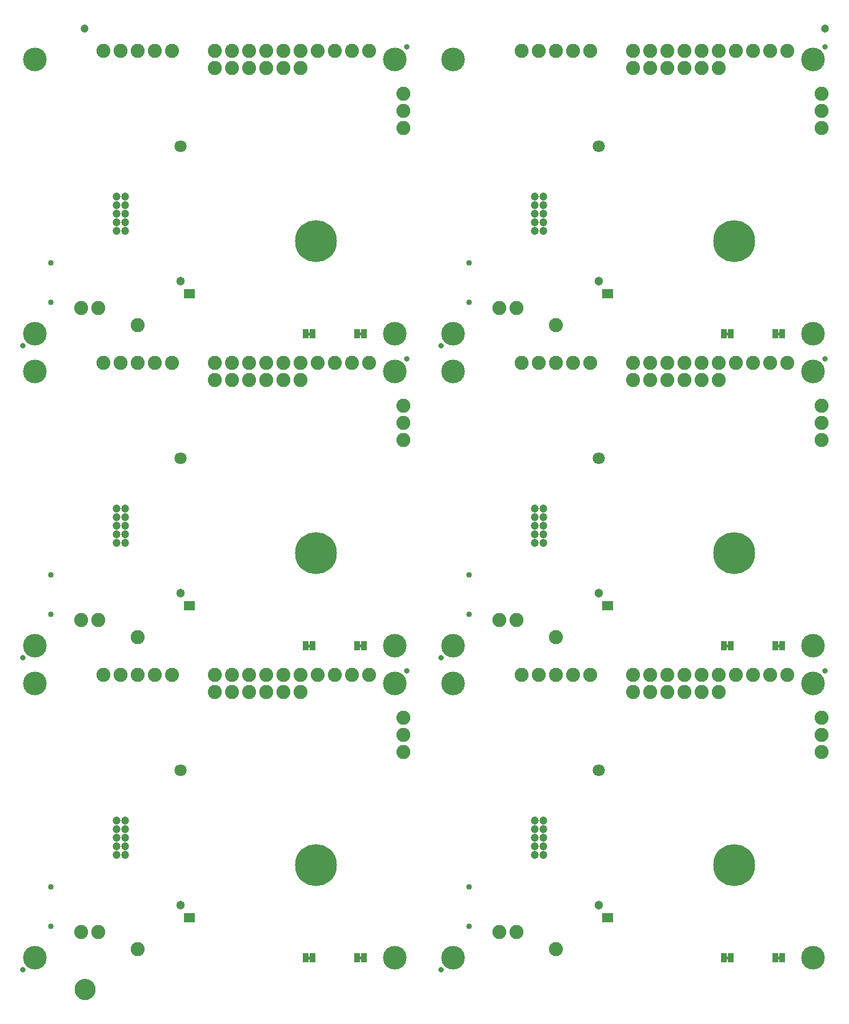
<source format=gbs>
G04 EAGLE Gerber RS-274X export*
G75*
%MOMM*%
%FSLAX34Y34*%
%LPD*%
%INSoldermask Bottom*%
%IPPOS*%
%AMOC8*
5,1,8,0,0,1.08239X$1,22.5*%
G01*
%ADD10C,0.853200*%
%ADD11C,0.838200*%
%ADD12C,3.505200*%
%ADD13C,2.082800*%
%ADD14C,1.203200*%
%ADD15C,6.203200*%
%ADD16R,0.863600X1.473200*%
%ADD17C,1.303200*%
%ADD18C,1.803200*%
%ADD19R,0.838200X1.473200*%
%ADD20C,1.270000*%
%ADD21C,1.703200*%

G36*
X1129730Y948067D02*
X1129730Y948067D01*
X1129796Y948069D01*
X1129839Y948087D01*
X1129886Y948095D01*
X1129943Y948129D01*
X1130003Y948154D01*
X1130038Y948185D01*
X1130079Y948210D01*
X1130121Y948261D01*
X1130169Y948305D01*
X1130191Y948347D01*
X1130220Y948384D01*
X1130241Y948446D01*
X1130272Y948505D01*
X1130280Y948559D01*
X1130292Y948596D01*
X1130291Y948636D01*
X1130299Y948690D01*
X1130299Y951230D01*
X1130288Y951295D01*
X1130286Y951361D01*
X1130268Y951404D01*
X1130260Y951451D01*
X1130226Y951508D01*
X1130201Y951568D01*
X1130170Y951603D01*
X1130145Y951644D01*
X1130094Y951686D01*
X1130050Y951734D01*
X1130008Y951756D01*
X1129971Y951785D01*
X1129909Y951806D01*
X1129850Y951837D01*
X1129796Y951845D01*
X1129759Y951857D01*
X1129719Y951856D01*
X1129665Y951864D01*
X1125855Y951864D01*
X1125790Y951853D01*
X1125724Y951851D01*
X1125681Y951833D01*
X1125634Y951825D01*
X1125577Y951791D01*
X1125517Y951766D01*
X1125482Y951735D01*
X1125441Y951710D01*
X1125400Y951659D01*
X1125351Y951615D01*
X1125329Y951573D01*
X1125300Y951536D01*
X1125279Y951474D01*
X1125248Y951415D01*
X1125240Y951361D01*
X1125228Y951324D01*
X1125228Y951321D01*
X1125229Y951284D01*
X1125221Y951230D01*
X1125221Y948690D01*
X1125232Y948625D01*
X1125234Y948559D01*
X1125252Y948516D01*
X1125260Y948469D01*
X1125294Y948412D01*
X1125319Y948352D01*
X1125350Y948317D01*
X1125375Y948276D01*
X1125426Y948235D01*
X1125470Y948186D01*
X1125512Y948164D01*
X1125549Y948135D01*
X1125611Y948114D01*
X1125670Y948083D01*
X1125724Y948075D01*
X1125761Y948063D01*
X1125801Y948064D01*
X1125855Y948056D01*
X1129665Y948056D01*
X1129730Y948067D01*
G37*
G36*
X1053530Y948067D02*
X1053530Y948067D01*
X1053596Y948069D01*
X1053639Y948087D01*
X1053686Y948095D01*
X1053743Y948129D01*
X1053803Y948154D01*
X1053838Y948185D01*
X1053879Y948210D01*
X1053921Y948261D01*
X1053969Y948305D01*
X1053991Y948347D01*
X1054020Y948384D01*
X1054041Y948446D01*
X1054072Y948505D01*
X1054080Y948559D01*
X1054092Y948596D01*
X1054091Y948636D01*
X1054099Y948690D01*
X1054099Y951230D01*
X1054088Y951295D01*
X1054086Y951361D01*
X1054068Y951404D01*
X1054060Y951451D01*
X1054026Y951508D01*
X1054001Y951568D01*
X1053970Y951603D01*
X1053945Y951644D01*
X1053894Y951686D01*
X1053850Y951734D01*
X1053808Y951756D01*
X1053771Y951785D01*
X1053709Y951806D01*
X1053650Y951837D01*
X1053596Y951845D01*
X1053559Y951857D01*
X1053519Y951856D01*
X1053465Y951864D01*
X1049655Y951864D01*
X1049590Y951853D01*
X1049524Y951851D01*
X1049481Y951833D01*
X1049434Y951825D01*
X1049377Y951791D01*
X1049317Y951766D01*
X1049282Y951735D01*
X1049241Y951710D01*
X1049200Y951659D01*
X1049151Y951615D01*
X1049129Y951573D01*
X1049100Y951536D01*
X1049079Y951474D01*
X1049048Y951415D01*
X1049040Y951361D01*
X1049028Y951324D01*
X1049028Y951321D01*
X1049029Y951284D01*
X1049021Y951230D01*
X1049021Y948690D01*
X1049032Y948625D01*
X1049034Y948559D01*
X1049052Y948516D01*
X1049060Y948469D01*
X1049094Y948412D01*
X1049119Y948352D01*
X1049150Y948317D01*
X1049175Y948276D01*
X1049226Y948235D01*
X1049270Y948186D01*
X1049312Y948164D01*
X1049349Y948135D01*
X1049411Y948114D01*
X1049470Y948083D01*
X1049524Y948075D01*
X1049561Y948063D01*
X1049601Y948064D01*
X1049655Y948056D01*
X1053465Y948056D01*
X1053530Y948067D01*
G37*
G36*
X509970Y948067D02*
X509970Y948067D01*
X510036Y948069D01*
X510079Y948087D01*
X510126Y948095D01*
X510183Y948129D01*
X510243Y948154D01*
X510278Y948185D01*
X510319Y948210D01*
X510361Y948261D01*
X510409Y948305D01*
X510431Y948347D01*
X510460Y948384D01*
X510481Y948446D01*
X510512Y948505D01*
X510520Y948559D01*
X510532Y948596D01*
X510531Y948636D01*
X510539Y948690D01*
X510539Y951230D01*
X510528Y951295D01*
X510526Y951361D01*
X510508Y951404D01*
X510500Y951451D01*
X510466Y951508D01*
X510441Y951568D01*
X510410Y951603D01*
X510385Y951644D01*
X510334Y951686D01*
X510290Y951734D01*
X510248Y951756D01*
X510211Y951785D01*
X510149Y951806D01*
X510090Y951837D01*
X510036Y951845D01*
X509999Y951857D01*
X509959Y951856D01*
X509905Y951864D01*
X506095Y951864D01*
X506030Y951853D01*
X505964Y951851D01*
X505921Y951833D01*
X505874Y951825D01*
X505817Y951791D01*
X505757Y951766D01*
X505722Y951735D01*
X505681Y951710D01*
X505640Y951659D01*
X505591Y951615D01*
X505569Y951573D01*
X505540Y951536D01*
X505519Y951474D01*
X505488Y951415D01*
X505480Y951361D01*
X505468Y951324D01*
X505468Y951321D01*
X505469Y951284D01*
X505461Y951230D01*
X505461Y948690D01*
X505472Y948625D01*
X505474Y948559D01*
X505492Y948516D01*
X505500Y948469D01*
X505534Y948412D01*
X505559Y948352D01*
X505590Y948317D01*
X505615Y948276D01*
X505666Y948235D01*
X505710Y948186D01*
X505752Y948164D01*
X505789Y948135D01*
X505851Y948114D01*
X505910Y948083D01*
X505964Y948075D01*
X506001Y948063D01*
X506041Y948064D01*
X506095Y948056D01*
X509905Y948056D01*
X509970Y948067D01*
G37*
G36*
X433770Y948067D02*
X433770Y948067D01*
X433836Y948069D01*
X433879Y948087D01*
X433926Y948095D01*
X433983Y948129D01*
X434043Y948154D01*
X434078Y948185D01*
X434119Y948210D01*
X434161Y948261D01*
X434209Y948305D01*
X434231Y948347D01*
X434260Y948384D01*
X434281Y948446D01*
X434312Y948505D01*
X434320Y948559D01*
X434332Y948596D01*
X434331Y948636D01*
X434339Y948690D01*
X434339Y951230D01*
X434328Y951295D01*
X434326Y951361D01*
X434308Y951404D01*
X434300Y951451D01*
X434266Y951508D01*
X434241Y951568D01*
X434210Y951603D01*
X434185Y951644D01*
X434134Y951686D01*
X434090Y951734D01*
X434048Y951756D01*
X434011Y951785D01*
X433949Y951806D01*
X433890Y951837D01*
X433836Y951845D01*
X433799Y951857D01*
X433759Y951856D01*
X433705Y951864D01*
X429895Y951864D01*
X429830Y951853D01*
X429764Y951851D01*
X429721Y951833D01*
X429674Y951825D01*
X429617Y951791D01*
X429557Y951766D01*
X429522Y951735D01*
X429481Y951710D01*
X429440Y951659D01*
X429391Y951615D01*
X429369Y951573D01*
X429340Y951536D01*
X429319Y951474D01*
X429288Y951415D01*
X429280Y951361D01*
X429268Y951324D01*
X429268Y951321D01*
X429269Y951284D01*
X429261Y951230D01*
X429261Y948690D01*
X429272Y948625D01*
X429274Y948559D01*
X429292Y948516D01*
X429300Y948469D01*
X429334Y948412D01*
X429359Y948352D01*
X429390Y948317D01*
X429415Y948276D01*
X429466Y948235D01*
X429510Y948186D01*
X429552Y948164D01*
X429589Y948135D01*
X429651Y948114D01*
X429710Y948083D01*
X429764Y948075D01*
X429801Y948063D01*
X429841Y948064D01*
X429895Y948056D01*
X433705Y948056D01*
X433770Y948067D01*
G37*
G36*
X1129730Y485787D02*
X1129730Y485787D01*
X1129796Y485789D01*
X1129839Y485807D01*
X1129886Y485815D01*
X1129943Y485849D01*
X1130003Y485874D01*
X1130038Y485905D01*
X1130079Y485930D01*
X1130121Y485981D01*
X1130169Y486025D01*
X1130191Y486067D01*
X1130220Y486104D01*
X1130241Y486166D01*
X1130272Y486225D01*
X1130280Y486279D01*
X1130292Y486316D01*
X1130291Y486356D01*
X1130299Y486410D01*
X1130299Y488950D01*
X1130288Y489015D01*
X1130286Y489081D01*
X1130268Y489124D01*
X1130260Y489171D01*
X1130226Y489228D01*
X1130201Y489288D01*
X1130170Y489323D01*
X1130145Y489364D01*
X1130094Y489406D01*
X1130050Y489454D01*
X1130008Y489476D01*
X1129971Y489505D01*
X1129909Y489526D01*
X1129850Y489557D01*
X1129796Y489565D01*
X1129759Y489577D01*
X1129719Y489576D01*
X1129665Y489584D01*
X1125855Y489584D01*
X1125790Y489573D01*
X1125724Y489571D01*
X1125681Y489553D01*
X1125634Y489545D01*
X1125577Y489511D01*
X1125517Y489486D01*
X1125482Y489455D01*
X1125441Y489430D01*
X1125400Y489379D01*
X1125351Y489335D01*
X1125329Y489293D01*
X1125300Y489256D01*
X1125279Y489194D01*
X1125248Y489135D01*
X1125240Y489081D01*
X1125228Y489044D01*
X1125228Y489041D01*
X1125229Y489004D01*
X1125221Y488950D01*
X1125221Y486410D01*
X1125232Y486345D01*
X1125234Y486279D01*
X1125252Y486236D01*
X1125260Y486189D01*
X1125294Y486132D01*
X1125319Y486072D01*
X1125350Y486037D01*
X1125375Y485996D01*
X1125426Y485955D01*
X1125470Y485906D01*
X1125512Y485884D01*
X1125549Y485855D01*
X1125611Y485834D01*
X1125670Y485803D01*
X1125724Y485795D01*
X1125761Y485783D01*
X1125801Y485784D01*
X1125855Y485776D01*
X1129665Y485776D01*
X1129730Y485787D01*
G37*
G36*
X1053530Y485787D02*
X1053530Y485787D01*
X1053596Y485789D01*
X1053639Y485807D01*
X1053686Y485815D01*
X1053743Y485849D01*
X1053803Y485874D01*
X1053838Y485905D01*
X1053879Y485930D01*
X1053921Y485981D01*
X1053969Y486025D01*
X1053991Y486067D01*
X1054020Y486104D01*
X1054041Y486166D01*
X1054072Y486225D01*
X1054080Y486279D01*
X1054092Y486316D01*
X1054091Y486356D01*
X1054099Y486410D01*
X1054099Y488950D01*
X1054088Y489015D01*
X1054086Y489081D01*
X1054068Y489124D01*
X1054060Y489171D01*
X1054026Y489228D01*
X1054001Y489288D01*
X1053970Y489323D01*
X1053945Y489364D01*
X1053894Y489406D01*
X1053850Y489454D01*
X1053808Y489476D01*
X1053771Y489505D01*
X1053709Y489526D01*
X1053650Y489557D01*
X1053596Y489565D01*
X1053559Y489577D01*
X1053519Y489576D01*
X1053465Y489584D01*
X1049655Y489584D01*
X1049590Y489573D01*
X1049524Y489571D01*
X1049481Y489553D01*
X1049434Y489545D01*
X1049377Y489511D01*
X1049317Y489486D01*
X1049282Y489455D01*
X1049241Y489430D01*
X1049200Y489379D01*
X1049151Y489335D01*
X1049129Y489293D01*
X1049100Y489256D01*
X1049079Y489194D01*
X1049048Y489135D01*
X1049040Y489081D01*
X1049028Y489044D01*
X1049028Y489041D01*
X1049029Y489004D01*
X1049021Y488950D01*
X1049021Y486410D01*
X1049032Y486345D01*
X1049034Y486279D01*
X1049052Y486236D01*
X1049060Y486189D01*
X1049094Y486132D01*
X1049119Y486072D01*
X1049150Y486037D01*
X1049175Y485996D01*
X1049226Y485955D01*
X1049270Y485906D01*
X1049312Y485884D01*
X1049349Y485855D01*
X1049411Y485834D01*
X1049470Y485803D01*
X1049524Y485795D01*
X1049561Y485783D01*
X1049601Y485784D01*
X1049655Y485776D01*
X1053465Y485776D01*
X1053530Y485787D01*
G37*
G36*
X433770Y485787D02*
X433770Y485787D01*
X433836Y485789D01*
X433879Y485807D01*
X433926Y485815D01*
X433983Y485849D01*
X434043Y485874D01*
X434078Y485905D01*
X434119Y485930D01*
X434161Y485981D01*
X434209Y486025D01*
X434231Y486067D01*
X434260Y486104D01*
X434281Y486166D01*
X434312Y486225D01*
X434320Y486279D01*
X434332Y486316D01*
X434331Y486356D01*
X434339Y486410D01*
X434339Y488950D01*
X434328Y489015D01*
X434326Y489081D01*
X434308Y489124D01*
X434300Y489171D01*
X434266Y489228D01*
X434241Y489288D01*
X434210Y489323D01*
X434185Y489364D01*
X434134Y489406D01*
X434090Y489454D01*
X434048Y489476D01*
X434011Y489505D01*
X433949Y489526D01*
X433890Y489557D01*
X433836Y489565D01*
X433799Y489577D01*
X433759Y489576D01*
X433705Y489584D01*
X429895Y489584D01*
X429830Y489573D01*
X429764Y489571D01*
X429721Y489553D01*
X429674Y489545D01*
X429617Y489511D01*
X429557Y489486D01*
X429522Y489455D01*
X429481Y489430D01*
X429440Y489379D01*
X429391Y489335D01*
X429369Y489293D01*
X429340Y489256D01*
X429319Y489194D01*
X429288Y489135D01*
X429280Y489081D01*
X429268Y489044D01*
X429268Y489041D01*
X429269Y489004D01*
X429261Y488950D01*
X429261Y486410D01*
X429272Y486345D01*
X429274Y486279D01*
X429292Y486236D01*
X429300Y486189D01*
X429334Y486132D01*
X429359Y486072D01*
X429390Y486037D01*
X429415Y485996D01*
X429466Y485955D01*
X429510Y485906D01*
X429552Y485884D01*
X429589Y485855D01*
X429651Y485834D01*
X429710Y485803D01*
X429764Y485795D01*
X429801Y485783D01*
X429841Y485784D01*
X429895Y485776D01*
X433705Y485776D01*
X433770Y485787D01*
G37*
G36*
X509970Y485787D02*
X509970Y485787D01*
X510036Y485789D01*
X510079Y485807D01*
X510126Y485815D01*
X510183Y485849D01*
X510243Y485874D01*
X510278Y485905D01*
X510319Y485930D01*
X510361Y485981D01*
X510409Y486025D01*
X510431Y486067D01*
X510460Y486104D01*
X510481Y486166D01*
X510512Y486225D01*
X510520Y486279D01*
X510532Y486316D01*
X510531Y486356D01*
X510539Y486410D01*
X510539Y488950D01*
X510528Y489015D01*
X510526Y489081D01*
X510508Y489124D01*
X510500Y489171D01*
X510466Y489228D01*
X510441Y489288D01*
X510410Y489323D01*
X510385Y489364D01*
X510334Y489406D01*
X510290Y489454D01*
X510248Y489476D01*
X510211Y489505D01*
X510149Y489526D01*
X510090Y489557D01*
X510036Y489565D01*
X509999Y489577D01*
X509959Y489576D01*
X509905Y489584D01*
X506095Y489584D01*
X506030Y489573D01*
X505964Y489571D01*
X505921Y489553D01*
X505874Y489545D01*
X505817Y489511D01*
X505757Y489486D01*
X505722Y489455D01*
X505681Y489430D01*
X505640Y489379D01*
X505591Y489335D01*
X505569Y489293D01*
X505540Y489256D01*
X505519Y489194D01*
X505488Y489135D01*
X505480Y489081D01*
X505468Y489044D01*
X505468Y489041D01*
X505469Y489004D01*
X505461Y488950D01*
X505461Y486410D01*
X505472Y486345D01*
X505474Y486279D01*
X505492Y486236D01*
X505500Y486189D01*
X505534Y486132D01*
X505559Y486072D01*
X505590Y486037D01*
X505615Y485996D01*
X505666Y485955D01*
X505710Y485906D01*
X505752Y485884D01*
X505789Y485855D01*
X505851Y485834D01*
X505910Y485803D01*
X505964Y485795D01*
X506001Y485783D01*
X506041Y485784D01*
X506095Y485776D01*
X509905Y485776D01*
X509970Y485787D01*
G37*
G36*
X1129730Y23507D02*
X1129730Y23507D01*
X1129796Y23509D01*
X1129839Y23527D01*
X1129886Y23535D01*
X1129943Y23569D01*
X1130003Y23594D01*
X1130038Y23625D01*
X1130079Y23650D01*
X1130121Y23701D01*
X1130169Y23745D01*
X1130191Y23787D01*
X1130220Y23824D01*
X1130241Y23886D01*
X1130272Y23945D01*
X1130280Y23999D01*
X1130292Y24036D01*
X1130291Y24076D01*
X1130299Y24130D01*
X1130299Y26670D01*
X1130288Y26735D01*
X1130286Y26801D01*
X1130268Y26844D01*
X1130260Y26891D01*
X1130226Y26948D01*
X1130201Y27008D01*
X1130170Y27043D01*
X1130145Y27084D01*
X1130094Y27126D01*
X1130050Y27174D01*
X1130008Y27196D01*
X1129971Y27225D01*
X1129909Y27246D01*
X1129850Y27277D01*
X1129796Y27285D01*
X1129759Y27297D01*
X1129719Y27296D01*
X1129665Y27304D01*
X1125855Y27304D01*
X1125790Y27293D01*
X1125724Y27291D01*
X1125681Y27273D01*
X1125634Y27265D01*
X1125577Y27231D01*
X1125517Y27206D01*
X1125482Y27175D01*
X1125441Y27150D01*
X1125400Y27099D01*
X1125351Y27055D01*
X1125329Y27013D01*
X1125300Y26976D01*
X1125279Y26914D01*
X1125248Y26855D01*
X1125240Y26801D01*
X1125228Y26764D01*
X1125228Y26761D01*
X1125229Y26724D01*
X1125221Y26670D01*
X1125221Y24130D01*
X1125232Y24065D01*
X1125234Y23999D01*
X1125252Y23956D01*
X1125260Y23909D01*
X1125294Y23852D01*
X1125319Y23792D01*
X1125350Y23757D01*
X1125375Y23716D01*
X1125426Y23675D01*
X1125470Y23626D01*
X1125512Y23604D01*
X1125549Y23575D01*
X1125611Y23554D01*
X1125670Y23523D01*
X1125724Y23515D01*
X1125761Y23503D01*
X1125801Y23504D01*
X1125855Y23496D01*
X1129665Y23496D01*
X1129730Y23507D01*
G37*
G36*
X1053530Y23507D02*
X1053530Y23507D01*
X1053596Y23509D01*
X1053639Y23527D01*
X1053686Y23535D01*
X1053743Y23569D01*
X1053803Y23594D01*
X1053838Y23625D01*
X1053879Y23650D01*
X1053921Y23701D01*
X1053969Y23745D01*
X1053991Y23787D01*
X1054020Y23824D01*
X1054041Y23886D01*
X1054072Y23945D01*
X1054080Y23999D01*
X1054092Y24036D01*
X1054091Y24076D01*
X1054099Y24130D01*
X1054099Y26670D01*
X1054088Y26735D01*
X1054086Y26801D01*
X1054068Y26844D01*
X1054060Y26891D01*
X1054026Y26948D01*
X1054001Y27008D01*
X1053970Y27043D01*
X1053945Y27084D01*
X1053894Y27126D01*
X1053850Y27174D01*
X1053808Y27196D01*
X1053771Y27225D01*
X1053709Y27246D01*
X1053650Y27277D01*
X1053596Y27285D01*
X1053559Y27297D01*
X1053519Y27296D01*
X1053465Y27304D01*
X1049655Y27304D01*
X1049590Y27293D01*
X1049524Y27291D01*
X1049481Y27273D01*
X1049434Y27265D01*
X1049377Y27231D01*
X1049317Y27206D01*
X1049282Y27175D01*
X1049241Y27150D01*
X1049200Y27099D01*
X1049151Y27055D01*
X1049129Y27013D01*
X1049100Y26976D01*
X1049079Y26914D01*
X1049048Y26855D01*
X1049040Y26801D01*
X1049028Y26764D01*
X1049028Y26761D01*
X1049029Y26724D01*
X1049021Y26670D01*
X1049021Y24130D01*
X1049032Y24065D01*
X1049034Y23999D01*
X1049052Y23956D01*
X1049060Y23909D01*
X1049094Y23852D01*
X1049119Y23792D01*
X1049150Y23757D01*
X1049175Y23716D01*
X1049226Y23675D01*
X1049270Y23626D01*
X1049312Y23604D01*
X1049349Y23575D01*
X1049411Y23554D01*
X1049470Y23523D01*
X1049524Y23515D01*
X1049561Y23503D01*
X1049601Y23504D01*
X1049655Y23496D01*
X1053465Y23496D01*
X1053530Y23507D01*
G37*
G36*
X509970Y23507D02*
X509970Y23507D01*
X510036Y23509D01*
X510079Y23527D01*
X510126Y23535D01*
X510183Y23569D01*
X510243Y23594D01*
X510278Y23625D01*
X510319Y23650D01*
X510361Y23701D01*
X510409Y23745D01*
X510431Y23787D01*
X510460Y23824D01*
X510481Y23886D01*
X510512Y23945D01*
X510520Y23999D01*
X510532Y24036D01*
X510531Y24076D01*
X510539Y24130D01*
X510539Y26670D01*
X510528Y26735D01*
X510526Y26801D01*
X510508Y26844D01*
X510500Y26891D01*
X510466Y26948D01*
X510441Y27008D01*
X510410Y27043D01*
X510385Y27084D01*
X510334Y27126D01*
X510290Y27174D01*
X510248Y27196D01*
X510211Y27225D01*
X510149Y27246D01*
X510090Y27277D01*
X510036Y27285D01*
X509999Y27297D01*
X509959Y27296D01*
X509905Y27304D01*
X506095Y27304D01*
X506030Y27293D01*
X505964Y27291D01*
X505921Y27273D01*
X505874Y27265D01*
X505817Y27231D01*
X505757Y27206D01*
X505722Y27175D01*
X505681Y27150D01*
X505640Y27099D01*
X505591Y27055D01*
X505569Y27013D01*
X505540Y26976D01*
X505519Y26914D01*
X505488Y26855D01*
X505480Y26801D01*
X505468Y26764D01*
X505468Y26761D01*
X505469Y26724D01*
X505461Y26670D01*
X505461Y24130D01*
X505472Y24065D01*
X505474Y23999D01*
X505492Y23956D01*
X505500Y23909D01*
X505534Y23852D01*
X505559Y23792D01*
X505590Y23757D01*
X505615Y23716D01*
X505666Y23675D01*
X505710Y23626D01*
X505752Y23604D01*
X505789Y23575D01*
X505851Y23554D01*
X505910Y23523D01*
X505964Y23515D01*
X506001Y23503D01*
X506041Y23504D01*
X506095Y23496D01*
X509905Y23496D01*
X509970Y23507D01*
G37*
G36*
X433770Y23507D02*
X433770Y23507D01*
X433836Y23509D01*
X433879Y23527D01*
X433926Y23535D01*
X433983Y23569D01*
X434043Y23594D01*
X434078Y23625D01*
X434119Y23650D01*
X434161Y23701D01*
X434209Y23745D01*
X434231Y23787D01*
X434260Y23824D01*
X434281Y23886D01*
X434312Y23945D01*
X434320Y23999D01*
X434332Y24036D01*
X434331Y24076D01*
X434339Y24130D01*
X434339Y26670D01*
X434328Y26735D01*
X434326Y26801D01*
X434308Y26844D01*
X434300Y26891D01*
X434266Y26948D01*
X434241Y27008D01*
X434210Y27043D01*
X434185Y27084D01*
X434134Y27126D01*
X434090Y27174D01*
X434048Y27196D01*
X434011Y27225D01*
X433949Y27246D01*
X433890Y27277D01*
X433836Y27285D01*
X433799Y27297D01*
X433759Y27296D01*
X433705Y27304D01*
X429895Y27304D01*
X429830Y27293D01*
X429764Y27291D01*
X429721Y27273D01*
X429674Y27265D01*
X429617Y27231D01*
X429557Y27206D01*
X429522Y27175D01*
X429481Y27150D01*
X429440Y27099D01*
X429391Y27055D01*
X429369Y27013D01*
X429340Y26976D01*
X429319Y26914D01*
X429288Y26855D01*
X429280Y26801D01*
X429268Y26764D01*
X429268Y26761D01*
X429269Y26724D01*
X429261Y26670D01*
X429261Y24130D01*
X429272Y24065D01*
X429274Y23999D01*
X429292Y23956D01*
X429300Y23909D01*
X429334Y23852D01*
X429359Y23792D01*
X429390Y23757D01*
X429415Y23716D01*
X429466Y23675D01*
X429510Y23626D01*
X429552Y23604D01*
X429589Y23575D01*
X429651Y23554D01*
X429710Y23523D01*
X429764Y23515D01*
X429801Y23503D01*
X429841Y23504D01*
X429895Y23496D01*
X433705Y23496D01*
X433770Y23507D01*
G37*
D10*
X49050Y130500D03*
X49050Y72700D03*
D11*
X7620Y7620D03*
X576580Y450850D03*
D12*
X558800Y431800D03*
X25400Y431800D03*
X558800Y25400D03*
X25400Y25400D03*
D13*
X93980Y63500D03*
X119380Y63500D03*
D14*
X158750Y190500D03*
X158750Y203200D03*
X158750Y215900D03*
X158750Y228600D03*
X158750Y177800D03*
X146050Y190500D03*
X146050Y203200D03*
X146050Y215900D03*
X146050Y228600D03*
X146050Y177800D03*
D13*
X228600Y444500D03*
X203200Y444500D03*
X177800Y444500D03*
X152400Y444500D03*
X127000Y444500D03*
X419100Y419100D03*
X393700Y419100D03*
X368300Y419100D03*
X342900Y419100D03*
X317500Y419100D03*
X292100Y419100D03*
X419100Y444500D03*
X393700Y444500D03*
X368300Y444500D03*
X342900Y444500D03*
X317500Y444500D03*
X292100Y444500D03*
X571500Y330200D03*
X571500Y355600D03*
X571500Y381000D03*
X444500Y444500D03*
X469900Y444500D03*
X495300Y444500D03*
X520700Y444500D03*
D15*
X442000Y163000D03*
D16*
X437007Y25400D03*
X426593Y25400D03*
D17*
X241300Y103200D03*
D18*
X241300Y303200D03*
D13*
X177800Y38100D03*
D16*
X513207Y25400D03*
X502793Y25400D03*
D19*
X258064Y85090D03*
X249936Y85090D03*
D10*
X668810Y130500D03*
X668810Y72700D03*
D11*
X627380Y7620D03*
X1196340Y450850D03*
D12*
X1178560Y431800D03*
X645160Y431800D03*
X1178560Y25400D03*
X645160Y25400D03*
D13*
X713740Y63500D03*
X739140Y63500D03*
D14*
X778510Y190500D03*
X778510Y203200D03*
X778510Y215900D03*
X778510Y228600D03*
X778510Y177800D03*
X765810Y190500D03*
X765810Y203200D03*
X765810Y215900D03*
X765810Y228600D03*
X765810Y177800D03*
D13*
X848360Y444500D03*
X822960Y444500D03*
X797560Y444500D03*
X772160Y444500D03*
X746760Y444500D03*
X1038860Y419100D03*
X1013460Y419100D03*
X988060Y419100D03*
X962660Y419100D03*
X937260Y419100D03*
X911860Y419100D03*
X1038860Y444500D03*
X1013460Y444500D03*
X988060Y444500D03*
X962660Y444500D03*
X937260Y444500D03*
X911860Y444500D03*
X1191260Y330200D03*
X1191260Y355600D03*
X1191260Y381000D03*
X1064260Y444500D03*
X1089660Y444500D03*
X1115060Y444500D03*
X1140460Y444500D03*
D15*
X1061760Y163000D03*
D16*
X1056767Y25400D03*
X1046353Y25400D03*
D17*
X861060Y103200D03*
D18*
X861060Y303200D03*
D13*
X797560Y38100D03*
D16*
X1132967Y25400D03*
X1122553Y25400D03*
D19*
X877824Y85090D03*
X869696Y85090D03*
D10*
X49050Y592780D03*
X49050Y534980D03*
D11*
X7620Y469900D03*
X576580Y913130D03*
D12*
X558800Y894080D03*
X25400Y894080D03*
X558800Y487680D03*
X25400Y487680D03*
D13*
X93980Y525780D03*
X119380Y525780D03*
D14*
X158750Y652780D03*
X158750Y665480D03*
X158750Y678180D03*
X158750Y690880D03*
X158750Y640080D03*
X146050Y652780D03*
X146050Y665480D03*
X146050Y678180D03*
X146050Y690880D03*
X146050Y640080D03*
D13*
X228600Y906780D03*
X203200Y906780D03*
X177800Y906780D03*
X152400Y906780D03*
X127000Y906780D03*
X419100Y881380D03*
X393700Y881380D03*
X368300Y881380D03*
X342900Y881380D03*
X317500Y881380D03*
X292100Y881380D03*
X419100Y906780D03*
X393700Y906780D03*
X368300Y906780D03*
X342900Y906780D03*
X317500Y906780D03*
X292100Y906780D03*
X571500Y792480D03*
X571500Y817880D03*
X571500Y843280D03*
X444500Y906780D03*
X469900Y906780D03*
X495300Y906780D03*
X520700Y906780D03*
D15*
X442000Y625280D03*
D16*
X437007Y487680D03*
X426593Y487680D03*
D17*
X241300Y565480D03*
D18*
X241300Y765480D03*
D13*
X177800Y500380D03*
D16*
X513207Y487680D03*
X502793Y487680D03*
D19*
X258064Y547370D03*
X249936Y547370D03*
D10*
X668810Y592780D03*
X668810Y534980D03*
D11*
X627380Y469900D03*
X1196340Y913130D03*
D12*
X1178560Y894080D03*
X645160Y894080D03*
X1178560Y487680D03*
X645160Y487680D03*
D13*
X713740Y525780D03*
X739140Y525780D03*
D14*
X778510Y652780D03*
X778510Y665480D03*
X778510Y678180D03*
X778510Y690880D03*
X778510Y640080D03*
X765810Y652780D03*
X765810Y665480D03*
X765810Y678180D03*
X765810Y690880D03*
X765810Y640080D03*
D13*
X848360Y906780D03*
X822960Y906780D03*
X797560Y906780D03*
X772160Y906780D03*
X746760Y906780D03*
X1038860Y881380D03*
X1013460Y881380D03*
X988060Y881380D03*
X962660Y881380D03*
X937260Y881380D03*
X911860Y881380D03*
X1038860Y906780D03*
X1013460Y906780D03*
X988060Y906780D03*
X962660Y906780D03*
X937260Y906780D03*
X911860Y906780D03*
X1191260Y792480D03*
X1191260Y817880D03*
X1191260Y843280D03*
X1064260Y906780D03*
X1089660Y906780D03*
X1115060Y906780D03*
X1140460Y906780D03*
D15*
X1061760Y625280D03*
D16*
X1056767Y487680D03*
X1046353Y487680D03*
D17*
X861060Y565480D03*
D18*
X861060Y765480D03*
D13*
X797560Y500380D03*
D16*
X1132967Y487680D03*
X1122553Y487680D03*
D19*
X877824Y547370D03*
X869696Y547370D03*
D10*
X49050Y1055060D03*
X49050Y997260D03*
D11*
X7620Y932180D03*
X576580Y1375410D03*
D12*
X558800Y1356360D03*
X25400Y1356360D03*
X558800Y949960D03*
X25400Y949960D03*
D13*
X93980Y988060D03*
X119380Y988060D03*
D14*
X158750Y1115060D03*
X158750Y1127760D03*
X158750Y1140460D03*
X158750Y1153160D03*
X158750Y1102360D03*
X146050Y1115060D03*
X146050Y1127760D03*
X146050Y1140460D03*
X146050Y1153160D03*
X146050Y1102360D03*
D13*
X228600Y1369060D03*
X203200Y1369060D03*
X177800Y1369060D03*
X152400Y1369060D03*
X127000Y1369060D03*
X419100Y1343660D03*
X393700Y1343660D03*
X368300Y1343660D03*
X342900Y1343660D03*
X317500Y1343660D03*
X292100Y1343660D03*
X419100Y1369060D03*
X393700Y1369060D03*
X368300Y1369060D03*
X342900Y1369060D03*
X317500Y1369060D03*
X292100Y1369060D03*
X571500Y1254760D03*
X571500Y1280160D03*
X571500Y1305560D03*
X444500Y1369060D03*
X469900Y1369060D03*
X495300Y1369060D03*
X520700Y1369060D03*
D15*
X442000Y1087560D03*
D16*
X437007Y949960D03*
X426593Y949960D03*
D17*
X241300Y1027760D03*
D18*
X241300Y1227760D03*
D13*
X177800Y962660D03*
D16*
X513207Y949960D03*
X502793Y949960D03*
D19*
X258064Y1009650D03*
X249936Y1009650D03*
D10*
X668810Y1055060D03*
X668810Y997260D03*
D11*
X627380Y932180D03*
X1196340Y1375410D03*
D12*
X1178560Y1356360D03*
X645160Y1356360D03*
X1178560Y949960D03*
X645160Y949960D03*
D13*
X713740Y988060D03*
X739140Y988060D03*
D14*
X778510Y1115060D03*
X778510Y1127760D03*
X778510Y1140460D03*
X778510Y1153160D03*
X778510Y1102360D03*
X765810Y1115060D03*
X765810Y1127760D03*
X765810Y1140460D03*
X765810Y1153160D03*
X765810Y1102360D03*
D13*
X848360Y1369060D03*
X822960Y1369060D03*
X797560Y1369060D03*
X772160Y1369060D03*
X746760Y1369060D03*
X1038860Y1343660D03*
X1013460Y1343660D03*
X988060Y1343660D03*
X962660Y1343660D03*
X937260Y1343660D03*
X911860Y1343660D03*
X1038860Y1369060D03*
X1013460Y1369060D03*
X988060Y1369060D03*
X962660Y1369060D03*
X937260Y1369060D03*
X911860Y1369060D03*
X1191260Y1254760D03*
X1191260Y1280160D03*
X1191260Y1305560D03*
X1064260Y1369060D03*
X1089660Y1369060D03*
X1115060Y1369060D03*
X1140460Y1369060D03*
D15*
X1061760Y1087560D03*
D16*
X1056767Y949960D03*
X1046353Y949960D03*
D17*
X861060Y1027760D03*
D18*
X861060Y1227760D03*
D13*
X797560Y962660D03*
D16*
X1132967Y949960D03*
X1122553Y949960D03*
D19*
X877824Y1009650D03*
X869696Y1009650D03*
D14*
X99060Y1402715D03*
X1195705Y1402715D03*
D20*
X90005Y-20955D02*
X90008Y-20733D01*
X90016Y-20511D01*
X90030Y-20289D01*
X90049Y-20067D01*
X90073Y-19847D01*
X90103Y-19626D01*
X90138Y-19407D01*
X90179Y-19188D01*
X90225Y-18971D01*
X90276Y-18755D01*
X90333Y-18540D01*
X90395Y-18326D01*
X90462Y-18115D01*
X90534Y-17904D01*
X90612Y-17696D01*
X90694Y-17490D01*
X90782Y-17286D01*
X90874Y-17083D01*
X90972Y-16884D01*
X91074Y-16687D01*
X91181Y-16492D01*
X91293Y-16300D01*
X91410Y-16111D01*
X91531Y-15924D01*
X91657Y-15741D01*
X91787Y-15561D01*
X91922Y-15384D01*
X92060Y-15211D01*
X92203Y-15041D01*
X92351Y-14874D01*
X92502Y-14711D01*
X92657Y-14552D01*
X92816Y-14397D01*
X92979Y-14246D01*
X93146Y-14098D01*
X93316Y-13955D01*
X93489Y-13817D01*
X93666Y-13682D01*
X93846Y-13552D01*
X94029Y-13426D01*
X94216Y-13305D01*
X94405Y-13188D01*
X94597Y-13076D01*
X94792Y-12969D01*
X94989Y-12867D01*
X95188Y-12769D01*
X95391Y-12677D01*
X95595Y-12589D01*
X95801Y-12507D01*
X96009Y-12429D01*
X96220Y-12357D01*
X96431Y-12290D01*
X96645Y-12228D01*
X96860Y-12171D01*
X97076Y-12120D01*
X97293Y-12074D01*
X97512Y-12033D01*
X97731Y-11998D01*
X97952Y-11968D01*
X98172Y-11944D01*
X98394Y-11925D01*
X98616Y-11911D01*
X98838Y-11903D01*
X99060Y-11900D01*
X99282Y-11903D01*
X99504Y-11911D01*
X99726Y-11925D01*
X99948Y-11944D01*
X100168Y-11968D01*
X100389Y-11998D01*
X100608Y-12033D01*
X100827Y-12074D01*
X101044Y-12120D01*
X101260Y-12171D01*
X101475Y-12228D01*
X101689Y-12290D01*
X101900Y-12357D01*
X102111Y-12429D01*
X102319Y-12507D01*
X102525Y-12589D01*
X102729Y-12677D01*
X102932Y-12769D01*
X103131Y-12867D01*
X103328Y-12969D01*
X103523Y-13076D01*
X103715Y-13188D01*
X103904Y-13305D01*
X104091Y-13426D01*
X104274Y-13552D01*
X104454Y-13682D01*
X104631Y-13817D01*
X104804Y-13955D01*
X104974Y-14098D01*
X105141Y-14246D01*
X105304Y-14397D01*
X105463Y-14552D01*
X105618Y-14711D01*
X105769Y-14874D01*
X105917Y-15041D01*
X106060Y-15211D01*
X106198Y-15384D01*
X106333Y-15561D01*
X106463Y-15741D01*
X106589Y-15924D01*
X106710Y-16111D01*
X106827Y-16300D01*
X106939Y-16492D01*
X107046Y-16687D01*
X107148Y-16884D01*
X107246Y-17083D01*
X107338Y-17286D01*
X107426Y-17490D01*
X107508Y-17696D01*
X107586Y-17904D01*
X107658Y-18115D01*
X107725Y-18326D01*
X107787Y-18540D01*
X107844Y-18755D01*
X107895Y-18971D01*
X107941Y-19188D01*
X107982Y-19407D01*
X108017Y-19626D01*
X108047Y-19847D01*
X108071Y-20067D01*
X108090Y-20289D01*
X108104Y-20511D01*
X108112Y-20733D01*
X108115Y-20955D01*
X108112Y-21177D01*
X108104Y-21399D01*
X108090Y-21621D01*
X108071Y-21843D01*
X108047Y-22063D01*
X108017Y-22284D01*
X107982Y-22503D01*
X107941Y-22722D01*
X107895Y-22939D01*
X107844Y-23155D01*
X107787Y-23370D01*
X107725Y-23584D01*
X107658Y-23795D01*
X107586Y-24006D01*
X107508Y-24214D01*
X107426Y-24420D01*
X107338Y-24624D01*
X107246Y-24827D01*
X107148Y-25026D01*
X107046Y-25223D01*
X106939Y-25418D01*
X106827Y-25610D01*
X106710Y-25799D01*
X106589Y-25986D01*
X106463Y-26169D01*
X106333Y-26349D01*
X106198Y-26526D01*
X106060Y-26699D01*
X105917Y-26869D01*
X105769Y-27036D01*
X105618Y-27199D01*
X105463Y-27358D01*
X105304Y-27513D01*
X105141Y-27664D01*
X104974Y-27812D01*
X104804Y-27955D01*
X104631Y-28093D01*
X104454Y-28228D01*
X104274Y-28358D01*
X104091Y-28484D01*
X103904Y-28605D01*
X103715Y-28722D01*
X103523Y-28834D01*
X103328Y-28941D01*
X103131Y-29043D01*
X102932Y-29141D01*
X102729Y-29233D01*
X102525Y-29321D01*
X102319Y-29403D01*
X102111Y-29481D01*
X101900Y-29553D01*
X101689Y-29620D01*
X101475Y-29682D01*
X101260Y-29739D01*
X101044Y-29790D01*
X100827Y-29836D01*
X100608Y-29877D01*
X100389Y-29912D01*
X100168Y-29942D01*
X99948Y-29966D01*
X99726Y-29985D01*
X99504Y-29999D01*
X99282Y-30007D01*
X99060Y-30010D01*
X98838Y-30007D01*
X98616Y-29999D01*
X98394Y-29985D01*
X98172Y-29966D01*
X97952Y-29942D01*
X97731Y-29912D01*
X97512Y-29877D01*
X97293Y-29836D01*
X97076Y-29790D01*
X96860Y-29739D01*
X96645Y-29682D01*
X96431Y-29620D01*
X96220Y-29553D01*
X96009Y-29481D01*
X95801Y-29403D01*
X95595Y-29321D01*
X95391Y-29233D01*
X95188Y-29141D01*
X94989Y-29043D01*
X94792Y-28941D01*
X94597Y-28834D01*
X94405Y-28722D01*
X94216Y-28605D01*
X94029Y-28484D01*
X93846Y-28358D01*
X93666Y-28228D01*
X93489Y-28093D01*
X93316Y-27955D01*
X93146Y-27812D01*
X92979Y-27664D01*
X92816Y-27513D01*
X92657Y-27358D01*
X92502Y-27199D01*
X92351Y-27036D01*
X92203Y-26869D01*
X92060Y-26699D01*
X91922Y-26526D01*
X91787Y-26349D01*
X91657Y-26169D01*
X91531Y-25986D01*
X91410Y-25799D01*
X91293Y-25610D01*
X91181Y-25418D01*
X91074Y-25223D01*
X90972Y-25026D01*
X90874Y-24827D01*
X90782Y-24624D01*
X90694Y-24420D01*
X90612Y-24214D01*
X90534Y-24006D01*
X90462Y-23795D01*
X90395Y-23584D01*
X90333Y-23370D01*
X90276Y-23155D01*
X90225Y-22939D01*
X90179Y-22722D01*
X90138Y-22503D01*
X90103Y-22284D01*
X90073Y-22063D01*
X90049Y-21843D01*
X90030Y-21621D01*
X90016Y-21399D01*
X90008Y-21177D01*
X90005Y-20955D01*
D21*
X99060Y-20955D03*
M02*

</source>
